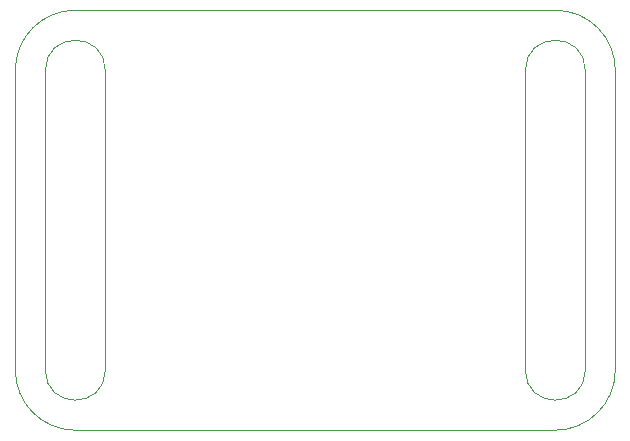
<source format=gm1>
G04 #@! TF.GenerationSoftware,KiCad,Pcbnew,(5.1.4)-1*
G04 #@! TF.CreationDate,2019-10-12T23:56:11-04:00*
G04 #@! TF.ProjectId,haptic-belt,68617074-6963-42d6-9265-6c742e6b6963,rev?*
G04 #@! TF.SameCoordinates,Original*
G04 #@! TF.FileFunction,Profile,NP*
%FSLAX46Y46*%
G04 Gerber Fmt 4.6, Leading zero omitted, Abs format (unit mm)*
G04 Created by KiCad (PCBNEW (5.1.4)-1) date 2019-10-12 23:56:11*
%MOMM*%
%LPD*%
G04 APERTURE LIST*
%ADD10C,0.050000*%
G04 APERTURE END LIST*
D10*
X144780000Y-63500000D02*
X144780000Y-88900000D01*
X144780000Y-63500000D02*
G75*
G02X149860000Y-63500000I2540000J0D01*
G01*
X149860000Y-63500000D02*
X149860000Y-88900000D01*
X149860000Y-88900000D02*
G75*
G02X144780000Y-88900000I-2540000J0D01*
G01*
X109220000Y-63500000D02*
X109220000Y-88900000D01*
X104140000Y-63500000D02*
X104140000Y-88900000D01*
X104140000Y-63500000D02*
G75*
G02X109220000Y-63500000I2540000J0D01*
G01*
X109220000Y-88900000D02*
G75*
G02X104140000Y-88900000I-2540000J0D01*
G01*
X106680000Y-93980000D02*
G75*
G02X101600000Y-88900000I0J5080000D01*
G01*
X152400000Y-88900000D02*
G75*
G02X147320000Y-93980000I-5080000J0D01*
G01*
X147320000Y-58420000D02*
G75*
G02X152400000Y-63500000I0J-5080000D01*
G01*
X101600000Y-63500000D02*
G75*
G02X106680000Y-58420000I5080000J0D01*
G01*
X101600000Y-88900000D02*
X101600000Y-63500000D01*
X147320000Y-93980000D02*
X106680000Y-93980000D01*
X152400000Y-63500000D02*
X152400000Y-88900000D01*
X106680000Y-58420000D02*
X147320000Y-58420000D01*
M02*

</source>
